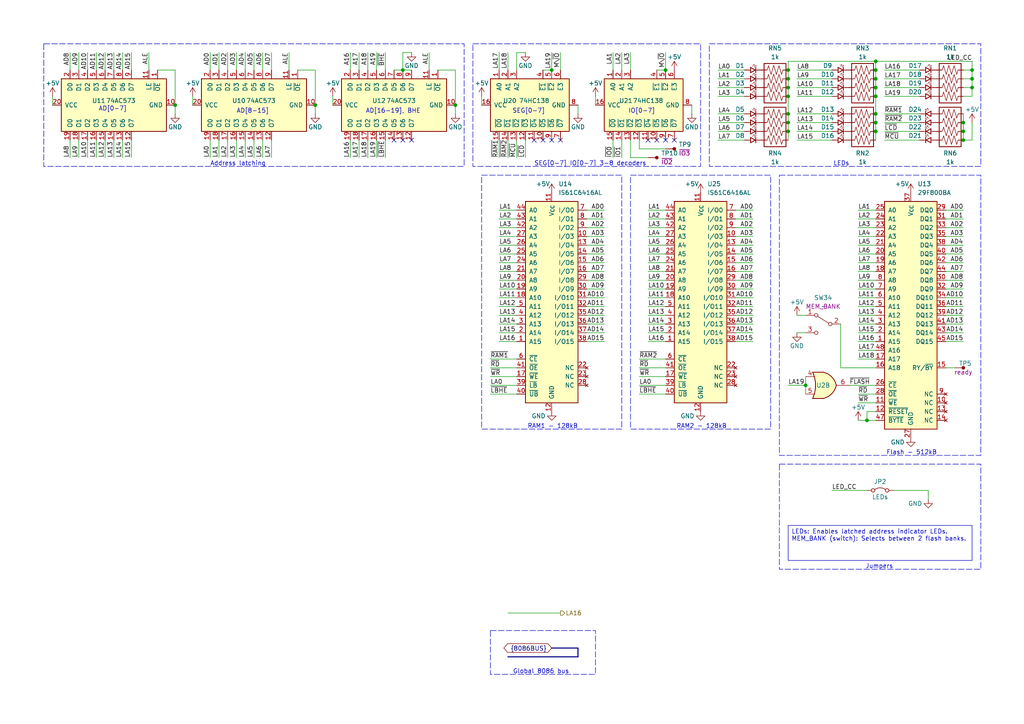
<source format=kicad_sch>
(kicad_sch (version 20230121) (generator eeschema)
  (paper "A4")
  (title_block (title "8086 computer") (date "2023.11.19") (rev "V1.3.0") (company "Eldad Hellerman") (comment 1 "Open Source: github.com/EldadHellerman/8086-computer"))
  (junction (at 281.94 20.32))
  (junction (at 254 20.32))
  (junction (at 116.84 20.32))
  (junction (at 251.46 121.92))
  (junction (at 228.6 27.94))
  (junction (at 228.6 33.02))
  (junction (at 91.44 30.48))
  (junction (at 160.02 20.32))
  (junction (at 279.4 40.64))
  (junction (at 228.6 22.86))
  (junction (at 193.04 20.32))
  (junction (at 279.4 35.56))
  (junction (at 228.6 35.56))
  (junction (at 50.8 30.48))
  (junction (at 228.6 25.4))
  (junction (at 254 17.78))
  (junction (at 233.68 111.76))
  (junction (at 281.94 22.86))
  (junction (at 254 25.4))
  (junction (at 279.4 38.1))
  (junction (at 254 27.94))
  (junction (at 132.08 30.48))
  (junction (at 228.6 38.1))
  (junction (at 228.6 20.32))
  (junction (at 281.94 25.4))
  (junction (at 254 38.1))
  (junction (at 254 35.56))
  (junction (at 254 22.86))
  (junction (at 254 33.02))
  (no_connect (at 154.94 40.64))
  (no_connect (at 114.3 40.64))
  (no_connect (at 116.84 40.64))
  (no_connect (at 190.5 40.64))
  (no_connect (at 157.48 40.64))
  (no_connect (at 195.58 40.64))
  (no_connect (at 160.02 40.64))
  (no_connect (at 162.56 40.64))
  (no_connect (at 119.38 40.64))
  (no_connect (at 193.04 40.64))
  (no_connect (at 187.96 40.64))
  (wire (pts (xy 101.6 15.24) (xy 101.6 20.32)))
  (wire (pts (xy 228.6 27.94) (xy 228.6 33.02)))
  (wire (pts (xy 279.4 76.2) (xy 274.32 76.2)))
  (wire (pts (xy 248.92 60.96) (xy 254 60.96)))
  (wire (pts (xy 248.92 93.98) (xy 254 93.98)))
  (wire (pts (xy 35.56 15.24) (xy 35.56 20.32)))
  (wire (pts (xy 187.96 78.74) (xy 193.04 78.74)))
  (wire (pts (xy 147.32 177.8) (xy 162.56 177.8)))
  (wire (pts (xy 144.78 60.96) (xy 149.86 60.96)))
  (wire (pts (xy 281.94 22.86) (xy 279.4 22.86)))
  (wire (pts (xy 139.7 27.94) (xy 139.7 30.48)))
  (wire (pts (xy 218.44 99.06) (xy 213.36 99.06)))
  (wire (pts (xy 218.44 91.44) (xy 213.36 91.44)))
  (wire (pts (xy 251.46 121.92) (xy 254 121.92)))
  (wire (pts (xy 218.44 71.12) (xy 213.36 71.12)))
  (wire (pts (xy 147.32 40.64) (xy 147.32 45.72)))
  (wire (pts (xy 218.44 88.9) (xy 213.36 88.9)))
  (wire (pts (xy 208.28 35.56) (xy 215.9 35.56)))
  (wire (pts (xy 231.14 91.44) (xy 233.68 91.44)))
  (wire (pts (xy 248.92 81.28) (xy 254 81.28)))
  (wire (pts (xy 279.4 83.82) (xy 274.32 83.82)))
  (wire (pts (xy 248.92 121.92) (xy 251.46 121.92)))
  (wire (pts (xy 76.2 40.64) (xy 76.2 45.72)))
  (wire (pts (xy 228.6 35.56) (xy 228.6 38.1)))
  (wire (pts (xy 228.6 33.02) (xy 228.6 35.56)))
  (wire (pts (xy 71.12 15.24) (xy 71.12 20.32)))
  (wire (pts (xy 157.48 20.32) (xy 160.02 20.32)))
  (wire (pts (xy 144.78 40.64) (xy 144.78 45.72)))
  (wire (pts (xy 144.78 88.9) (xy 149.86 88.9)))
  (wire (pts (xy 279.4 78.74) (xy 274.32 78.74)))
  (wire (pts (xy 182.88 15.24) (xy 182.88 20.32)))
  (wire (pts (xy 243.84 106.68) (xy 254 106.68)))
  (wire (pts (xy 279.4 96.52) (xy 274.32 96.52)))
  (wire (pts (xy 124.46 15.24) (xy 124.46 20.32)))
  (wire (pts (xy 185.42 104.14) (xy 193.04 104.14)))
  (wire (pts (xy 243.84 93.98) (xy 243.84 106.68)))
  (wire (pts (xy 50.8 20.32) (xy 50.8 30.48)))
  (wire (pts (xy 185.42 114.3) (xy 193.04 114.3)))
  (wire (pts (xy 167.64 33.02) (xy 167.64 30.48)))
  (wire (pts (xy 78.74 40.64) (xy 78.74 45.72)))
  (wire (pts (xy 248.92 91.44) (xy 254 91.44)))
  (wire (pts (xy 279.4 40.64) (xy 279.4 38.1)))
  (bus (pts (xy 167.64 187.96) (xy 167.64 190.5)))
  (wire (pts (xy 208.28 20.32) (xy 215.9 20.32)))
  (wire (pts (xy 254 22.86) (xy 254 25.4)))
  (wire (pts (xy 33.02 15.24) (xy 33.02 20.32)))
  (wire (pts (xy 254 17.78) (xy 281.94 17.78)))
  (wire (pts (xy 187.96 68.58) (xy 193.04 68.58)))
  (wire (pts (xy 149.86 15.24) (xy 149.86 20.32)))
  (wire (pts (xy 144.78 15.24) (xy 144.78 20.32)))
  (wire (pts (xy 218.44 83.82) (xy 213.36 83.82)))
  (wire (pts (xy 144.78 81.28) (xy 149.86 81.28)))
  (wire (pts (xy 254 20.32) (xy 254 22.86)))
  (wire (pts (xy 30.48 40.64) (xy 30.48 45.72)))
  (wire (pts (xy 187.96 83.82) (xy 193.04 83.82)))
  (wire (pts (xy 248.92 99.06) (xy 254 99.06)))
  (wire (pts (xy 279.4 33.02) (xy 279.4 35.56)))
  (wire (pts (xy 231.14 27.94) (xy 241.3 27.94)))
  (wire (pts (xy 248.92 68.58) (xy 254 68.58)))
  (wire (pts (xy 106.68 40.64) (xy 106.68 45.72)))
  (wire (pts (xy 68.58 15.24) (xy 68.58 20.32)))
  (wire (pts (xy 248.92 88.9) (xy 254 88.9)))
  (wire (pts (xy 144.78 91.44) (xy 149.86 91.44)))
  (wire (pts (xy 66.04 40.64) (xy 66.04 45.72)))
  (wire (pts (xy 279.4 63.5) (xy 274.32 63.5)))
  (wire (pts (xy 144.78 76.2) (xy 149.86 76.2)))
  (wire (pts (xy 228.6 20.32) (xy 228.6 22.86)))
  (wire (pts (xy 73.66 15.24) (xy 73.66 20.32)))
  (wire (pts (xy 187.96 86.36) (xy 193.04 86.36)))
  (wire (pts (xy 22.86 15.24) (xy 22.86 20.32)))
  (wire (pts (xy 175.26 93.98) (xy 170.18 93.98)))
  (wire (pts (xy 276.86 106.68) (xy 274.32 106.68)))
  (wire (pts (xy 162.56 15.24) (xy 162.56 20.32)))
  (wire (pts (xy 60.96 15.24) (xy 60.96 20.32)))
  (wire (pts (xy 185.42 106.68) (xy 193.04 106.68)))
  (wire (pts (xy 175.26 66.04) (xy 170.18 66.04)))
  (wire (pts (xy 228.6 22.86) (xy 228.6 25.4)))
  (wire (pts (xy 175.26 88.9) (xy 170.18 88.9)))
  (wire (pts (xy 30.48 15.24) (xy 30.48 20.32)))
  (wire (pts (xy 68.58 40.64) (xy 68.58 45.72)))
  (wire (pts (xy 142.24 109.22) (xy 149.86 109.22)))
  (wire (pts (xy 231.14 20.32) (xy 241.3 20.32)))
  (wire (pts (xy 38.1 40.64) (xy 38.1 45.72)))
  (wire (pts (xy 175.26 78.74) (xy 170.18 78.74)))
  (wire (pts (xy 43.18 15.24) (xy 43.18 20.32)))
  (wire (pts (xy 71.12 40.64) (xy 71.12 45.72)))
  (wire (pts (xy 63.5 40.64) (xy 63.5 45.72)))
  (wire (pts (xy 231.14 35.56) (xy 241.3 35.56)))
  (wire (pts (xy 25.4 15.24) (xy 25.4 20.32)))
  (wire (pts (xy 218.44 76.2) (xy 213.36 76.2)))
  (wire (pts (xy 142.24 114.3) (xy 149.86 114.3)))
  (wire (pts (xy 279.4 81.28) (xy 274.32 81.28)))
  (wire (pts (xy 279.4 68.58) (xy 274.32 68.58)))
  (wire (pts (xy 187.96 88.9) (xy 193.04 88.9)))
  (wire (pts (xy 27.94 40.64) (xy 27.94 45.72)))
  (wire (pts (xy 218.44 96.52) (xy 213.36 96.52)))
  (wire (pts (xy 175.26 71.12) (xy 170.18 71.12)))
  (wire (pts (xy 248.92 83.82) (xy 254 83.82)))
  (wire (pts (xy 231.14 25.4) (xy 241.3 25.4)))
  (wire (pts (xy 50.8 30.48) (xy 50.8 33.02)))
  (wire (pts (xy 279.4 38.1) (xy 279.4 35.56)))
  (wire (pts (xy 218.44 68.58) (xy 213.36 68.58)))
  (wire (pts (xy 147.32 15.24) (xy 147.32 20.32)))
  (wire (pts (xy 73.66 40.64) (xy 73.66 45.72)))
  (wire (pts (xy 144.78 96.52) (xy 149.86 96.52)))
  (wire (pts (xy 66.04 15.24) (xy 66.04 20.32)))
  (wire (pts (xy 248.92 101.6) (xy 254 101.6)))
  (wire (pts (xy 187.96 71.12) (xy 193.04 71.12)))
  (wire (pts (xy 119.38 15.24) (xy 116.84 15.24)))
  (wire (pts (xy 127 20.32) (xy 132.08 20.32)))
  (wire (pts (xy 104.14 40.64) (xy 104.14 45.72)))
  (wire (pts (xy 274.32 60.96) (xy 279.4 60.96)))
  (wire (pts (xy 35.56 40.64) (xy 35.56 45.72)))
  (wire (pts (xy 132.08 30.48) (xy 132.08 33.02)))
  (wire (pts (xy 256.54 35.56) (xy 266.7 35.56)))
  (wire (pts (xy 228.6 17.78) (xy 228.6 20.32)))
  (wire (pts (xy 144.78 66.04) (xy 149.86 66.04)))
  (wire (pts (xy 279.4 73.66) (xy 274.32 73.66)))
  (wire (pts (xy 187.96 99.06) (xy 193.04 99.06)))
  (wire (pts (xy 248.92 104.14) (xy 254 104.14)))
  (wire (pts (xy 279.4 93.98) (xy 274.32 93.98)))
  (wire (pts (xy 231.14 22.86) (xy 241.3 22.86)))
  (wire (pts (xy 187.96 96.52) (xy 193.04 96.52)))
  (wire (pts (xy 256.54 25.4) (xy 266.7 25.4)))
  (wire (pts (xy 256.54 20.32) (xy 266.7 20.32)))
  (wire (pts (xy 281.94 40.64) (xy 281.94 35.56)))
  (wire (pts (xy 187.96 81.28) (xy 193.04 81.28)))
  (wire (pts (xy 106.68 15.24) (xy 106.68 20.32)))
  (wire (pts (xy 20.32 40.64) (xy 20.32 45.72)))
  (wire (pts (xy 279.4 91.44) (xy 274.32 91.44)))
  (wire (pts (xy 144.78 73.66) (xy 149.86 73.66)))
  (wire (pts (xy 175.26 76.2) (xy 170.18 76.2)))
  (wire (pts (xy 254 35.56) (xy 254 38.1)))
  (wire (pts (xy 187.96 63.5) (xy 193.04 63.5)))
  (wire (pts (xy 200.66 30.48) (xy 200.66 33.02)))
  (wire (pts (xy 248.92 78.74) (xy 254 78.74)))
  (wire (pts (xy 190.5 20.32) (xy 193.04 20.32)))
  (wire (pts (xy 281.94 20.32) (xy 281.94 22.86)))
  (wire (pts (xy 208.28 25.4) (xy 215.9 25.4)))
  (wire (pts (xy 228.6 38.1) (xy 228.6 40.64)))
  (bus (pts (xy 147.32 190.5) (xy 167.64 190.5)))
  (wire (pts (xy 175.26 73.66) (xy 170.18 73.66)))
  (wire (pts (xy 281.94 25.4) (xy 281.94 27.94)))
  (wire (pts (xy 177.8 15.24) (xy 177.8 20.32)))
  (wire (pts (xy 218.44 63.5) (xy 213.36 63.5)))
  (wire (pts (xy 228.6 17.78) (xy 254 17.78)))
  (wire (pts (xy 281.94 25.4) (xy 279.4 25.4)))
  (wire (pts (xy 218.44 78.74) (xy 213.36 78.74)))
  (wire (pts (xy 281.94 27.94) (xy 279.4 27.94)))
  (wire (pts (xy 281.94 22.86) (xy 281.94 25.4)))
  (wire (pts (xy 248.92 73.66) (xy 254 73.66)))
  (wire (pts (xy 256.54 33.02) (xy 266.7 33.02)))
  (wire (pts (xy 96.52 27.94) (xy 96.52 30.48)))
  (wire (pts (xy 149.86 15.24) (xy 152.4 15.24)))
  (wire (pts (xy 254 33.02) (xy 254 35.56)))
  (wire (pts (xy 187.96 73.66) (xy 193.04 73.66)))
  (wire (pts (xy 182.88 45.72) (xy 187.96 45.72)))
  (wire (pts (xy 175.26 91.44) (xy 170.18 91.44)))
  (wire (pts (xy 144.78 93.98) (xy 149.86 93.98)))
  (wire (pts (xy 180.34 40.64) (xy 180.34 45.72)))
  (wire (pts (xy 248.92 114.3) (xy 254 114.3)))
  (wire (pts (xy 279.4 71.12) (xy 274.32 71.12)))
  (wire (pts (xy 185.42 109.22) (xy 193.04 109.22)))
  (wire (pts (xy 231.14 33.02) (xy 241.3 33.02)))
  (wire (pts (xy 269.24 142.24) (xy 259.08 142.24)))
  (wire (pts (xy 109.22 15.24) (xy 109.22 20.32)))
  (wire (pts (xy 142.24 104.14) (xy 149.86 104.14)))
  (wire (pts (xy 116.84 15.24) (xy 116.84 20.32)))
  (wire (pts (xy 208.28 33.02) (xy 215.9 33.02)))
  (wire (pts (xy 180.34 15.24) (xy 180.34 20.32)))
  (wire (pts (xy 256.54 38.1) (xy 266.7 38.1)))
  (wire (pts (xy 254 27.94) (xy 254 33.02)))
  (wire (pts (xy 144.78 68.58) (xy 149.86 68.58)))
  (wire (pts (xy 45.72 20.32) (xy 50.8 20.32)))
  (wire (pts (xy 256.54 40.64) (xy 266.7 40.64)))
  (wire (pts (xy 38.1 15.24) (xy 38.1 20.32)))
  (wire (pts (xy 279.4 99.06) (xy 274.32 99.06)))
  (wire (pts (xy 248.92 76.2) (xy 254 76.2)))
  (wire (pts (xy 248.92 63.5) (xy 254 63.5)))
  (wire (pts (xy 86.36 20.32) (xy 91.44 20.32)))
  (wire (pts (xy 144.78 83.82) (xy 149.86 83.82)))
  (wire (pts (xy 269.24 144.78) (xy 269.24 142.24)))
  (wire (pts (xy 33.02 40.64) (xy 33.02 45.72)))
  (wire (pts (xy 231.14 96.52) (xy 233.68 96.52)))
  (wire (pts (xy 246.38 111.76) (xy 254 111.76)))
  (wire (pts (xy 231.14 38.1) (xy 241.3 38.1)))
  (wire (pts (xy 160.02 15.24) (xy 160.02 20.32)))
  (wire (pts (xy 187.96 60.96) (xy 193.04 60.96)))
  (wire (pts (xy 248.92 71.12) (xy 254 71.12)))
  (wire (pts (xy 218.44 73.66) (xy 213.36 73.66)))
  (wire (pts (xy 144.78 78.74) (xy 149.86 78.74)))
  (wire (pts (xy 185.42 111.76) (xy 193.04 111.76)))
  (wire (pts (xy 22.86 40.64) (xy 22.86 45.72)))
  (wire (pts (xy 248.92 66.04) (xy 254 66.04)))
  (wire (pts (xy 144.78 86.36) (xy 149.86 86.36)))
  (wire (pts (xy 175.26 99.06) (xy 170.18 99.06)))
  (wire (pts (xy 233.68 111.76) (xy 233.68 109.22)))
  (wire (pts (xy 279.4 40.64) (xy 281.94 40.64)))
  (wire (pts (xy 279.4 86.36) (xy 274.32 86.36)))
  (wire (pts (xy 187.96 93.98) (xy 193.04 93.98)))
  (wire (pts (xy 254 38.1) (xy 254 40.64)))
  (wire (pts (xy 142.24 106.68) (xy 149.86 106.68)))
  (wire (pts (xy 182.88 40.64) (xy 182.88 45.72)))
  (wire (pts (xy 218.44 66.04) (xy 213.36 66.04)))
  (wire (pts (xy 119.38 20.32) (xy 116.84 20.32)))
  (wire (pts (xy 228.6 111.76) (xy 233.68 111.76)))
  (wire (pts (xy 116.84 20.32) (xy 114.3 20.32)))
  (wire (pts (xy 218.44 86.36) (xy 213.36 86.36)))
  (wire (pts (xy 78.74 15.24) (xy 78.74 20.32)))
  (wire (pts (xy 208.28 22.86) (xy 215.9 22.86)))
  (wire (pts (xy 25.4 40.64) (xy 25.4 45.72)))
  (wire (pts (xy 63.5 15.24) (xy 63.5 20.32)))
  (wire (pts (xy 91.44 20.32) (xy 91.44 30.48)))
  (wire (pts (xy 91.44 30.48) (xy 91.44 33.02)))
  (wire (pts (xy 175.26 86.36) (xy 170.18 86.36)))
  (bus (pts (xy 160.02 187.96) (xy 167.64 187.96)))
  (wire (pts (xy 101.6 45.72) (xy 101.6 40.64)))
  (wire (pts (xy 187.96 76.2) (xy 193.04 76.2)))
  (wire (pts (xy 15.24 27.94) (xy 15.24 30.48)))
  (wire (pts (xy 251.46 119.38) (xy 251.46 121.92)))
  (wire (pts (xy 218.44 93.98) (xy 213.36 93.98)))
  (wire (pts (xy 83.82 15.24) (xy 83.82 20.32)))
  (wire (pts (xy 215.9 27.94) (xy 208.28 27.94)))
  (wire (pts (xy 27.94 15.24) (xy 27.94 20.32)))
  (wire (pts (xy 248.92 116.84) (xy 254 116.84)))
  (wire (pts (xy 254 17.78) (xy 254 20.32)))
  (wire (pts (xy 231.14 40.64) (xy 241.3 40.64)))
  (wire (pts (xy 266.7 27.94) (xy 256.54 27.94)))
  (wire (pts (xy 281.94 20.32) (xy 279.4 20.32)))
  (wire (pts (xy 185.42 40.64) (xy 185.42 43.18)))
  (wire (pts (xy 109.22 40.64) (xy 109.22 45.72)))
  (wire (pts (xy 193.04 15.24) (xy 193.04 20.32)))
  (wire (pts (xy 256.54 22.86) (xy 266.7 22.86)))
  (wire (pts (xy 152.4 40.64) (xy 152.4 45.72)))
  (wire (pts (xy 144.78 63.5) (xy 149.86 63.5)))
  (wire (pts (xy 187.96 66.04) (xy 193.04 66.04)))
  (wire (pts (xy 170.18 81.28) (xy 175.26 81.28)))
  (wire (pts (xy 254 25.4) (xy 254 27.94)))
  (wire (pts (xy 111.76 40.64) (xy 111.76 45.72)))
  (wire (pts (xy 175.26 68.58) (xy 170.18 68.58)))
  (wire (pts (xy 241.3 142.24) (xy 251.46 142.24)))
  (wire (pts (xy 175.26 96.52) (xy 170.18 96.52)))
  (wire (pts (xy 76.2 15.24) (xy 76.2 20.32)))
  (wire (pts (xy 248.92 86.36) (xy 254 86.36)))
  (wire (pts (xy 177.8 45.72) (xy 177.8 40.64)))
  (wire (pts (xy 55.88 27.94) (xy 55.88 30.48)))
  (wire (pts (xy 175.26 83.82) (xy 170.18 83.82)))
  (wire (pts (xy 60.96 40.64) (xy 60.96 45.72)))
  (wire (pts (xy 111.76 15.24) (xy 111.76 20.32)))
  (wire (pts (xy 187.96 91.44) (xy 193.04 91.44)))
  (wire (pts (xy 175.26 63.5) (xy 170.18 63.5)))
  (wire (pts (xy 279.4 88.9) (xy 274.32 88.9)))
  (wire (pts (xy 228.6 25.4) (xy 228.6 27.94)))
  (wire (pts (xy 215.9 40.64) (xy 208.28 40.64)))
  (wire (pts (xy 20.32 15.24) (xy 20.32 20.32)))
  (wire (pts (xy 213.36 81.28) (xy 218.44 81.28)))
  (wire (pts (xy 213.36 60.96) (xy 218.44 60.96)))
  (wire (pts (xy 149.86 40.64) (xy 149.86 45.72)))
  (wire (pts (xy 279.4 66.04) (xy 274.32 66.04)))
  (wire (pts (xy 233.68 114.3) (xy 233.68 111.76)))
  (wire (pts (xy 144.78 71.12) (xy 149.86 71.12)))
  (wire (pts (xy 170.18 60.96) (xy 175.26 60.96)))
  (wire (pts (xy 144.78 99.06) (xy 149.86 99.06)))
  (wire (pts (xy 251.46 119.38) (xy 254 119.38)))
  (wire (pts (xy 281.94 17.78) (xy 281.94 20.32)))
  (wire (pts (xy 172.72 27.94) (xy 172.72 30.48)))
  (wire (pts (xy 248.92 96.52) (xy 254 96.52)))
  (wire (pts (xy 185.42 43.18) (xy 193.04 43.18)))
  (wire (pts (xy 142.24 111.76) (xy 149.86 111.76)))
  (wire (pts (xy 208.28 38.1) (xy 215.9 38.1)))
  (wire (pts (xy 104.14 15.24) (xy 104.14 20.32)))
  (wire (pts (xy 132.08 20.32) (xy 132.08 30.48)))
  (rectangle (start 137.16 12.7) (end 203.2 48.26) (stroke (width 0) (type dash)))
  (rectangle (start 182.88 50.8) (end 223.52 124.46) (stroke (width 0) (type dash)))
  (rectangle (start 226.06 134.62) (end 284.48 165.1) (stroke (width 0) (type dash)))
  (rectangle (start 226.06 50.8) (end 284.48 132.08) (stroke (width 0) (type dash)))
  (rectangle (start 142.24 182.88) (end 172.72 195.58) (stroke (width 0) (type dash)))
  (rectangle (start 205.74 12.7) (end 284.48 48.26) (stroke (width 0) (type dash)))
  (rectangle (start 139.7 50.8) (end 180.34 124.46) (stroke (width 0) (type dash)))
  (rectangle (start 12.7 12.7) (end 134.62 48.26) (stroke (width 0) (type dash)))
  (text_box "LEDs: Enables latched address indicator LEDs.\nMEM_BANK (switch): Selects between 2 flash banks." (at 228.6 152.4 0) (size 53.34 10.16) (effects (font (size 1.27 1.27)) (justify left top)))
  (text "IO[0-7]" (at 182.245 33.02 0) (effects (font (size 1.27 1.27)) (justify left bottom)))
  (text "AD[16-19], BHE" (at 106.045 33.02 0) (effects (font (size 1.27 1.27)) (justify left bottom)))
  (text "SEG[0-7] IO[0-7] 3-8 decoders" (at 154.94 48.26 0) (effects (font (size 1.27 1.27)) (justify left bottom)))
  (text "RAM1 - 128kB" (at 167.64 124.46 0) (effects (font (size 1.27 1.27)) (justify right bottom)))
  (text "Address latching" (at 60.96 48.26 0) (effects (font (size 1.27 1.27)) (justify left bottom)))
  (text "AD[0-7]" (at 28.575 32.385 0) (effects (font (size 1.27 1.27)) (justify left bottom)))
  (text "LEDs" (at 246.38 48.26 0) (effects (font (size 1.27 1.27)) (justify right bottom)))
  (text "AD[8-15]" (at 68.58 33.02 0) (effects (font (size 1.27 1.27)) (justify left bottom)))
  (text "SEG[0-7]" (at 148.59 33.02 0) (effects (font (size 1.27 1.27)) (justify left bottom)))
  (text "Jumpers" (at 259.08 165.1 0) (effects (font (size 1.27 1.27)) (justify right bottom)))
  (text "RAM2 - 128kB" (at 210.82 124.46 0) (effects (font (size 1.27 1.27)) (justify right bottom)))
  (text "Flash - 512kB" (at 271.78 132.08 0) (effects (font (size 1.27 1.27)) (justify right bottom)))
  (text "Global 8086 bus" (at 165.1 195.58 0) (effects (font (size 1.27 1.27)) (justify right bottom)))
  (label "~{RAM2}" (at 147.32 45.72 90))
  (label "~{RD}" (at 248.92 114.3 0))
  (label "~{LCD}" (at 256.54 38.1 0))
  (label "LA9" (at 22.86 45.72 90))
  (label "LA1" (at 248.92 60.96 0))
  (label "AD15" (at 218.44 99.06 180))
  (label "LA2" (at 248.92 63.5 0))
  (label "LA5" (at 248.92 71.12 0))
  (label "LA1" (at 177.8 15.24 270))
  (label "LA6" (at 76.2 45.72 90))
  (label "AD2" (at 279.4 66.04 180))
  (label "LA19" (at 109.22 45.72 90))
  (label "LA2" (at 66.04 45.72 90))
  (label "LA18" (at 106.68 45.72 90))
  (label "AD3" (at 218.44 68.58 180))
  (label "AD9" (at 175.26 83.82 180))
  (label "~{LBHE}" (at 142.24 114.3 0))
  (label "LA14" (at 187.96 93.98 0))
  (label "LA2" (at 187.96 63.5 0))
  (label "~{LCD}" (at 152.4 45.72 90))
  (label "LA0" (at 185.42 111.76 0))
  (label "AD14" (at 35.56 15.24 270))
  (label "LA0" (at 142.24 111.76 0))
  (label "LA10" (at 231.14 25.4 0))
  (label "LA12" (at 231.14 33.02 0))
  (label "AD2" (at 175.26 66.04 180))
  (label "AD12" (at 30.48 15.24 270))
  (label "LA11" (at 144.78 86.36 0))
  (label "LA10" (at 187.96 83.82 0))
  (label "LA15" (at 231.14 40.64 0))
  (label "AD12" (at 279.4 91.44 180))
  (label "LA1" (at 187.96 60.96 0))
  (label "LA5" (at 144.78 71.12 0))
  (label "AD6" (at 175.26 76.2 180))
  (label "LA12" (at 30.48 45.72 90))
  (label "LA11" (at 231.14 27.94 0))
  (label "~{RAM1}" (at 256.54 33.02 0))
  (label "LA7" (at 78.74 45.72 90))
  (label "LA8" (at 187.96 78.74 0))
  (label "AD7" (at 218.44 78.74 180))
  (label "LA1" (at 63.5 45.72 90))
  (label "AD2" (at 218.44 66.04 180))
  (label "LA5" (at 187.96 71.12 0))
  (label "~{WR}" (at 185.42 109.22 0))
  (label "LA12" (at 144.78 88.9 0))
  (label "AD4" (at 175.26 71.12 180))
  (label "ALE" (at 43.18 15.24 270))
  (label "AD10" (at 25.4 15.24 270))
  (label "LA15" (at 187.96 96.52 0))
  (label "LA8" (at 248.92 78.74 0))
  (label "AD6" (at 218.44 76.2 180))
  (label "~{IO0}" (at 177.8 45.72 90))
  (label "LA11" (at 27.94 45.72 90))
  (label "LA9" (at 144.78 81.28 0))
  (label "LA15" (at 144.78 96.52 0))
  (label "AD1" (at 175.26 63.5 180))
  (label "~{WR}" (at 142.24 109.22 0))
  (label "LA13" (at 144.78 91.44 0))
  (label "~{BHE}" (at 111.76 15.24 270))
  (label "AD2" (at 66.04 15.24 270))
  (label "LA3" (at 187.96 66.04 0))
  (label "~{RD}" (at 142.24 106.68 0))
  (label "AD7" (at 175.26 78.74 180))
  (label "AD3" (at 279.4 68.58 180))
  (label "LA6" (at 144.78 73.66 0))
  (label "~{WR}" (at 248.92 116.84 0))
  (label "LA7" (at 144.78 76.2 0))
  (label "LA3" (at 248.92 66.04 0))
  (label "LA10" (at 248.92 83.82 0))
  (label "AD11" (at 27.94 15.24 270))
  (label "LA9" (at 248.92 81.28 0))
  (label "LA4" (at 208.28 33.02 0))
  (label "LA12" (at 248.92 88.9 0))
  (label "LA6" (at 208.28 38.1 0))
  (label "~{RAM2}" (at 256.54 35.56 0))
  (label "AD10" (at 218.44 86.36 180))
  (label "ALE" (at 83.82 15.24 270))
  (label "LA9" (at 187.96 81.28 0))
  (label "~{RAM1}" (at 142.24 104.14 0))
  (label "LA1" (at 208.28 22.86 0))
  (label "LA3" (at 208.28 27.94 0))
  (label "LA18" (at 256.54 25.4 0))
  (label "AD13" (at 279.4 93.98 180))
  (label "LA13" (at 187.96 91.44 0))
  (label "~{MCU}" (at 149.86 45.72 90))
  (label "LA4" (at 187.96 68.58 0))
  (label "AD8" (at 175.26 81.28 180))
  (label "LA6" (at 187.96 73.66 0))
  (label "LA5" (at 73.66 45.72 90))
  (label "AD9" (at 279.4 83.82 180))
  (label "LA13" (at 231.14 35.56 0))
  (label "LA16" (at 256.54 20.32 0))
  (label "LA19" (at 228.6 111.76 0))
  (label "~{RD}" (at 185.42 106.68 0))
  (label "AD8" (at 218.44 81.28 180))
  (label "LA16" (at 248.92 99.06 0))
  (label "LA17" (at 248.92 101.6 0))
  (label "LA8" (at 20.32 45.72 90))
  (label "LA2" (at 208.28 25.4 0))
  (label "LA17" (at 104.14 45.72 90))
  (label "AD14" (at 279.4 96.52 180))
  (label "LA19" (at 256.54 27.94 0))
  (label "~{IO1}" (at 180.34 45.72 90))
  (label "LA0" (at 208.28 20.32 0))
  (label "LA15" (at 38.1 45.72 90))
  (label "~{FLASH}" (at 246.38 111.76 0))
  (label "LA18" (at 248.92 104.14 0))
  (label "LA1" (at 144.78 60.96 0))
  (label "A18" (at 106.68 15.24 270))
  (label "AD7" (at 279.4 78.74 180))
  (label "~{RAM1}" (at 144.78 45.72 90))
  (label "AD1" (at 218.44 63.5 180))
  (label "AD12" (at 175.26 91.44 180))
  (label "LA10" (at 25.4 45.72 90))
  (label "LA2" (at 180.34 15.24 270))
  (label "AD15" (at 175.26 99.06 180))
  (label "AD4" (at 71.12 15.24 270))
  (label "LA3" (at 68.58 45.72 90))
  (label "LA14" (at 144.78 93.98 0))
  (label "LA4" (at 248.92 68.58 0))
  (label "AD7" (at 78.74 15.24 270))
  (label "LA16" (at 101.6 45.72 90))
  (label "AD13" (at 218.44 93.98 180))
  (label "LA14" (at 231.14 38.1 0))
  (label "AD9" (at 218.44 83.82 180))
  (label "LA3" (at 144.78 66.04 0))
  (label "LA5" (at 208.28 35.56 0))
  (label "AD0" (at 60.96 15.24 270))
  (label "AD1" (at 63.5 15.24 270))
  (label "LA7" (at 248.92 76.2 0))
  (label "AD0" (at 218.44 60.96 180))
  (label "LED_CC" (at 241.3 142.24 0))
  (label "AD9" (at 22.86 15.24 270))
  (label "ALE" (at 124.46 15.24 270))
  (label "M\\~{IO}" (at 162.56 15.24 270))
  (label "~{LBHE}" (at 185.42 114.3 0))
  (label "AD4" (at 279.4 71.12 180))
  (label "LA8" (at 144.78 78.74 0))
  (label "AD11" (at 218.44 88.9 180))
  (label "~{MCU}" (at 256.54 40.64 0))
  (label "AD6" (at 76.2 15.24 270))
  (label "AD15" (at 279.4 99.06 180))
  (label "AD5" (at 218.44 73.66 180))
  (label "LA9" (at 231.14 22.86 0))
  (label "LA16" (at 187.96 99.06 0))
  (label "LA4" (at 71.12 45.72 90))
  (label "LA17" (at 256.54 22.86 0))
  (label "LA12" (at 187.96 88.9 0))
  (label "LA14" (at 248.92 93.98 0))
  (label "LA8" (at 231.14 20.32 0))
  (label "LA7" (at 187.96 76.2 0))
  (label "AD10" (at 175.26 86.36 180))
  (label "LA17" (at 144.78 15.24 270))
  (label "LA15" (at 248.92 96.52 0))
  (label "LA16" (at 144.78 99.06 0))
  (label "LA6" (at 248.92 73.66 0))
  (label "LA7" (at 208.28 40.64 0))
  (label "AD13" (at 33.02 15.24 270))
  (label "LA10" (at 144.78 83.82 0))
  (label "LED_CC" (at 281.94 17.78 180))
  (label "~{LBHE}" (at 111.76 45.72 90))
  (label "AD8" (at 279.4 81.28 180))
  (label "LA4" (at 144.78 68.58 0))
  (label "AD4" (at 218.44 71.12 180))
  (label "LA13" (at 248.92 91.44 0))
  (label "A16" (at 101.6 15.24 270))
  (label "AD12" (at 218.44 91.44 180))
  (label "LA13" (at 33.02 45.72 90))
  (label "AD14" (at 175.26 96.52 180))
  (label "AD14" (at 218.44 96.52 180))
  (label "AD5" (at 279.4 73.66 180))
  (label "A19" (at 109.22 15.24 270))
  (label "LA19" (at 160.02 15.24 270))
  (label "LA2" (at 144.78 63.5 0))
  (label "AD15" (at 38.1 15.24 270))
  (label "LA11" (at 187.96 86.36 0))
  (label "AD13" (at 175.26 93.98 180))
  (label "AD0" (at 279.4 60.96 180))
  (label "LA18" (at 147.32 15.24 270))
  (label "~{RAM2}" (at 185.42 104.14 0))
  (label "LA11" (at 248.92 86.36 0))
  (label "AD8" (at 20.32 15.24 270))
  (label "A17" (at 104.14 15.24 270))
  (label "LA3" (at 182.88 15.24 270))
  (label "AD5" (at 73.66 15.24 270))
  (label "AD0" (at 175.26 60.96 180))
  (label "LA14" (at 35.56 45.72 90))
  (label "LA0" (at 60.96 45.72 90))
  (label "AD10" (at 279.4 86.36 180))
  (label "AD11" (at 175.26 88.9 180))
  (label "AD3" (at 68.58 15.24 270))
  (label "AD1" (at 279.4 63.5 180))
  (label "M\\~{IO}" (at 193.04 15.24 270))
  (label "AD11" (at 279.4 88.9 180))
  (label "AD6" (at 279.4 76.2 180))
  (label "AD3" (at 175.26 68.58 180))
  (label "AD5" (at 175.26 73.66 180))
  (global_label "{8086BUS}" (shape bidirectional) (at 160.02 187.96 180) (property "Intersheetrefs" "${INTERSHEET_REFS}" (effects hide)))
  (hierarchical_label "LA16" (shape output) (at 162.56 177.8 0))
  (symbol (lib_id "power:+5V") (at 15.24 27.94 0) (mirror y) (unit 1)
    (property "Reference" "#PWR0139" (effects hide))
    (property "Value" "+5V" (at 15.24 24.13 0))
  )
  (symbol (lib_id "8086PC:R_Array_4") (at 226.06 25.4 180) (unit 1)
    (property "Reference" "RN5" (at 224.79 13.97 0))
    (property "Value" "1k" (at 224.79 16.51 0))
    (property "Footprint" "Resistor_SMD:R_Array_Concave_4x0603" (effects hide))
  )
  (symbol (lib_id "power:+5V") (at 264.16 55.88 0) (unit 1)
    (property "Reference" "#PWR0147" (effects hide))
    (property "Value" "+5V" (at 261.62 53.34 0))
  )
  (symbol (lib_id "8086PC:LED_small") (at 269.24 25.4 0) (unit 1)
    (property "Reference" "D19" (at 265.43 24.13 0))
    (property "Value" "LED" (effects hide))
    (property "Footprint" "8086PC:LED_0603_1608Metric_Pad1.05x0.95mm_HandSolder" (effects hide))
    (property "Indication" "LA18" (effects hide))
  )
  (symbol (lib_id "8086PC:LED_small") (at 269.24 35.56 0) (mirror y) (unit 1)
    (property "Reference" "D23" (at 265.43 34.29 0))
    (property "Value" "LED" (effects hide))
    (property "Footprint" "8086PC:LED_0603_1608Metric_Pad1.05x0.95mm_HandSolder" (effects hide))
    (property "Indication" "RAM2" (effects hide))
  )
  (symbol (lib_id "power:GND") (at 231.14 96.52 0) (mirror y) (unit 1)
    (property "Reference" "#PWR016" (effects hide))
    (property "Value" "GND" (at 231.14 100.33 0))
  )
  (symbol (lib_id "power:+5V") (at 231.14 91.44 0) (mirror y) (unit 1)
    (property "Reference" "#PWR017" (effects hide))
    (property "Value" "+5V" (at 231.14 87.63 0))
  )
  (symbol (lib_id "8086PC:TestPoint") (at 195.58 43.18 0) (mirror y) (unit 1) (in_bom no)
    (property "Reference" "TP9" (at 196.85 41.91 0) (effects (justify right)))
    (property "Footprint" "TestPoint:TestPoint_Pad_1.0x1.0mm" (effects hide))
    (property "Signal" "~{IO3}" (at 196.85 44.45 0) (effects (justify right)))
  )
  (symbol (lib_id "power:GND") (at 167.64 33.02 0) (mirror y) (unit 1)
    (property "Reference" "#PWR0133" (effects hide))
    (property "Value" "GND" (at 167.64 36.83 0))
  )
  (symbol (lib_id "8086PC:LED_small") (at 218.44 40.64 0) (unit 1)
    (property "Reference" "D8" (at 214.63 39.37 0))
    (property "Value" "LED" (effects hide))
    (property "Footprint" "8086PC:LED_0603_1608Metric_Pad1.05x0.95mm_HandSolder" (effects hide))
    (property "Indication" "LA7" (effects hide))
  )
  (symbol (lib_id "8086PC:74HC32") (at 238.76 111.76 0) (unit 2)
    (property "Reference" "U2" (at 238.76 111.76 0))
    (property "Value" "74HC32" (effects hide))
    (property "Footprint" "Package_SO:TSSOP-14_4.4x5mm_P0.65mm" (effects hide))
    (property "Datasheet" "https://assets.nexperia.com/documents/data-sheet/74HC_HCT32.pdf" (effects hide))
    (instances (project "8086 board" (path "" (reference "U2") (unit 2)) (path "" (reference "U22") (unit 2))))
  )
  (symbol (lib_id "power:GND") (at 264.16 127 0) (unit 1)
    (property "Reference" "#PWR0148" (effects hide))
    (property "Value" "GND" (at 260.35 128.27 0))
  )
  (symbol (lib_id "8086PC:LED_small") (at 218.44 25.4 0) (unit 1)
    (property "Reference" "D3" (at 214.63 24.13 0))
    (property "Value" "LED" (effects hide))
    (property "Footprint" "8086PC:LED_0603_1608Metric_Pad1.05x0.95mm_HandSolder" (effects hide))
    (property "Indication" "LA2" (effects hide))
  )
  (symbol (lib_id "8086PC:LED_small") (at 269.24 40.64 0) (mirror y) (unit 1)
    (property "Reference" "D21" (at 265.43 39.37 0))
    (property "Value" "LED" (effects hide))
    (property "Footprint" "8086PC:LED_0603_1608Metric_Pad1.05x0.95mm_HandSolder" (effects hide))
    (property "Indication" "MCU" (effects hide))
  )
  (symbol (lib_id "8086PC:74AC573") (at 33.02 30.48 90) (mirror x) (unit 1)
    (property "Reference" "U11" (at 26.67 29.21 90) (effects (justify right)))
    (property "Value" "74AC573" (at 39.37 29.21 90) (effects (justify left)))
    (property "Footprint" "Package_SO:TSSOP-20_4.4x6.5mm_P0.65mm" (effects hide))
    (property "Datasheet" "https://assets.nexperia.com/documents/data-sheet/74HC_HCT573.pdf" (effects hide))
  )
  (symbol (lib_id "8086PC:LED_small") (at 269.24 33.02 0) (mirror y) (unit 1)
    (property "Reference" "D24" (at 265.43 31.75 0))
    (property "Value" "LED" (effects hide))
    (property "Footprint" "8086PC:LED_0603_1608Metric_Pad1.05x0.95mm_HandSolder" (effects hide))
    (property "Indication" "RAM1" (effects hide))
  )
  (symbol (lib_id "8086PC:TestPoint") (at 279.4 106.68 0) (mirror y) (unit 1) (in_bom no)
    (property "Reference" "TP5" (at 278.13 105.41 0) (effects (justify right)))
    (property "Footprint" "TestPoint:TestPoint_Pad_1.0x1.0mm" (effects hide))
    (property "Signal" "ready" (at 279.4 107.95 0))
  )
  (symbol (lib_id "power:+5V") (at 248.92 121.92 0) (unit 1)
    (property "Reference" "#PWR0146" (effects hide))
    (property "Value" "+5V" (at 248.92 118.11 0))
  )
  (symbol (lib_id "power:GND") (at 152.4 15.24 0) (mirror y) (unit 1)
    (property "Reference" "#PWR015" (effects hide))
    (property "Value" "GND" (at 152.4 19.05 0))
  )
  (symbol (lib_id "8086PC:LED_small") (at 269.24 27.94 0) (unit 1)
    (property "Reference" "D20" (at 265.43 26.67 0))
    (property "Value" "LED" (effects hide))
    (property "Footprint" "8086PC:LED_0603_1608Metric_Pad1.05x0.95mm_HandSolder" (effects hide))
    (property "Indication" "LA19" (effects hide))
  )
  (symbol (lib_id "power:+5V") (at 281.94 35.56 0) (unit 1)
    (property "Reference" "#PWR0134" (effects hide))
    (property "Value" "+5V" (at 281.94 31.75 0))
  )
  (symbol (lib_id "8086PC:74HC138") (at 152.4 30.48 90) (mirror x) (unit 1)
    (property "Reference" "U20" (at 149.86 29.21 90) (effects (justify left)))
    (property "Value" "74HC138" (at 159.385 29.21 90) (effects (justify left)))
    (property "Footprint" "Package_SO:TSSOP-16_4.4x5mm_P0.65mm" (effects hide))
    (property "Datasheet" "https://assets.nexperia.com/documents/data-sheet/74HC_HCT138.pdf" (effects hide))
    (property "Description" "SEG[0-7]" (effects hide))
  )
  (symbol (lib_id "8086PC:LED_small") (at 218.44 20.32 0) (unit 1)
    (property "Reference" "D1" (at 214.63 19.05 0))
    (property "Value" "LED" (effects hide))
    (property "Footprint" "8086PC:LED_0603_1608Metric_Pad1.05x0.95mm_HandSolder" (effects hide))
    (property "Indication" "LA0" (effects hide))
  )
  (symbol (lib_id "power:+5V") (at 139.7 27.94 0) (mirror y) (unit 1)
    (property "Reference" "#PWR0132" (effects hide))
    (property "Value" "+5V" (at 139.7 24.13 0))
  )
  (symbol (lib_id "8086PC:IS61C6416") (at 203.2 86.36 0) (unit 1)
    (property "Reference" "U25" (at 205.1559 53.34 0) (effects (justify left)))
    (property "Value" "IS61C6416AL" (at 205.1559 55.88 0) (effects (justify left)))
    (property "Footprint" "Package_SO:TSOP-II-44_10.16x18.41mm_P0.8mm" (effects hide))
    (property "Datasheet" "https://www.issi.com/WW/pdf/61C6416AL.pdf" (effects hide))
  )
  (symbol (lib_id "8086PC:LED_small") (at 243.84 27.94 0) (unit 1)
    (property "Reference" "D12" (at 240.03 26.67 0))
    (property "Value" "LED" (effects hide))
    (property "Footprint" "8086PC:LED_0603_1608Metric_Pad1.05x0.95mm_HandSolder" (effects hide))
    (property "Indication" "LA11" (effects hide))
  )
  (symbol (lib_id "8086PC:R_Array_4") (at 226.06 38.1 180) (unit 1)
    (property "Reference" "RN4" (at 224.79 44.45 0))
    (property "Value" "1k" (at 224.79 46.99 0))
    (property "Footprint" "Resistor_SMD:R_Array_Concave_4x0603" (effects hide))
  )
  (symbol (lib_id "8086PC:29F800BA") (at 264.16 91.44 0) (unit 1)
    (property "Reference" "U13" (at 266.1159 53.34 0) (effects (justify left)))
    (property "Value" "29F800BA" (at 266.1159 55.88 0) (effects (justify left)))
    (property "Footprint" "Package_SO:TSOP-I-48_18.4x12mm_P0.5mm" (effects hide))
    (property "Datasheet" "https://pdf1.alldatasheet.com/datasheet-pdf/view/61809/FUJITSU/MBM29F800BA-70PFTN.html" (effects hide))
  )
  (symbol (lib_id "8086PC:LED_small") (at 218.44 33.02 0) (unit 1)
    (property "Reference" "D5" (at 214.63 31.75 0))
    (property "Value" "LED" (effects hide))
    (property "Footprint" "8086PC:LED_0603_1608Metric_Pad1.05x0.95mm_HandSolder" (effects hide))
    (property "Indication" "LA4" (effects hide))
  )
  (symbol (lib_id "8086PC:R_Array_4") (at 276.86 25.4 180) (unit 1)
    (property "Reference" "RN1" (at 275.59 13.97 0))
    (property "Value" "1k" (at 275.59 16.51 0))
    (property "Footprint" "Resistor_SMD:R_Array_Concave_4x0603" (effects hide))
  )
  (symbol (lib_id "8086PC:LED_small") (at 243.84 38.1 0) (unit 1)
    (property "Reference" "D15" (at 240.03 36.83 0))
    (property "Value" "LED" (effects hide))
    (property "Footprint" "8086PC:LED_0603_1608Metric_Pad1.05x0.95mm_HandSolder" (effects hide))
    (property "Indication" "LA14" (effects hide))
  )
  (symbol (lib_id "8086PC:LED_small") (at 243.84 25.4 0) (unit 1)
    (property "Reference" "D11" (at 240.03 24.13 0))
    (property "Value" "LED" (effects hide))
    (property "Footprint" "8086PC:LED_0603_1608Metric_Pad1.05x0.95mm_HandSolder" (effects hide))
    (property "Indication" "LA10" (effects hide))
  )
  (symbol (lib_id "8086PC:LED_small") (at 269.24 22.86 0) (unit 1)
    (property "Reference" "D18" (at 265.43 21.59 0))
    (property "Value" "LED" (effects hide))
    (property "Footprint" "8086PC:LED_0603_1608Metric_Pad1.05x0.95mm_HandSolder" (effects hide))
    (property "Indication" "LA17" (effects hide))
  )
  (symbol (lib_id "power:GND") (at 203.2 119.38 0) (unit 1)
    (property "Reference" "#PWR012" (effects hide))
    (property "Value" "GND" (at 199.39 120.65 0))
  )
  (symbol (lib_id "8086PC:74AC573") (at 114.3 30.48 90) (mirror x) (unit 1)
    (property "Reference" "U12" (at 107.95 29.21 90) (effects (justify right)))
    (property "Value" "74AC573" (at 120.65 29.21 90) (effects (justify left)))
    (property "Footprint" "Package_SO:TSSOP-20_4.4x6.5mm_P0.65mm" (effects hide))
    (property "Datasheet" "https://assets.nexperia.com/documents/data-sheet/74HC_HCT573.pdf" (effects hide))
  )
  (symbol (lib_id "8086PC:Jumper_2_Bridged") (at 254 142.24 0) (unit 1) (in_bom no)
    (property "Reference" "JP2" (at 255.27 139.7 0))
    (property "Value" "LEDs" (at 255.27 144.145 0))
    (property "Footprint" "Jumper:SolderJumper-2_P1.3mm_Bridged_RoundedPad1.0x1.5mm" (effects hide))
  )
  (symbol (lib_id "power:GND") (at 119.38 15.24 0) (mirror y) (unit 1)
    (property "Reference" "#PWR018" (effects hide))
    (property "Value" "GND" (at 119.38 19.05 0))
  )
  (symbol (lib_id "8086PC:LED_small") (at 243.84 22.86 0) (unit 1)
    (property "Reference" "D10" (at 240.03 21.59 0))
    (property "Value" "LED" (effects hide))
    (property "Footprint" "8086PC:LED_0603_1608Metric_Pad1.05x0.95mm_HandSolder" (effects hide))
    (property "Indication" "LA9" (effects hide))
  )
  (symbol (lib_id "8086PC:LED_small") (at 218.44 38.1 0) (unit 1)
    (property "Reference" "D7" (at 214.63 36.83 0))
    (property "Value" "LED" (effects hide))
    (property "Footprint" "8086PC:LED_0603_1608Metric_Pad1.05x0.95mm_HandSolder" (effects hide))
    (property "Indication" "LA6" (effects hide))
  )
  (symbol (lib_id "8086PC:TestPoint") (at 190.5 45.72 0) (mirror y) (unit 1) (in_bom no)
    (property "Reference" "TP10" (at 191.77 44.45 0) (effects (justify right)))
    (property "Footprint" "TestPoint:TestPoint_Pad_1.0x1.0mm" (effects hide))
    (property "Signal" "~{IO2}" (at 191.77 46.99 0) (effects (justify right)))
  )
  (symbol (lib_id "8086PC:LED_small") (at 243.84 40.64 0) (unit 1)
    (property "Reference" "D16" (at 240.03 39.37 0))
    (property "Value" "LED" (effects hide))
    (property "Footprint" "8086PC:LED_0603_1608Metric_Pad1.05x0.95mm_HandSolder" (effects hide))
    (property "Indication" "LA15" (effects hide))
  )
  (symbol (lib_id "8086PC:R_Array_4") (at 251.46 38.1 180) (unit 1)
    (property "Reference" "RN2" (at 250.19 44.45 0))
    (property "Value" "1k" (at 250.19 46.99 0))
    (property "Footprint" "Resistor_SMD:R_Array_Concave_4x0603" (effects hide))
  )
  (symbol (lib_id "power:+5V") (at 203.2 55.88 0) (unit 1)
    (property "Reference" "#PWR011" (effects hide))
    (property "Value" "+5V" (at 200.66 53.34 0))
  )
  (symbol (lib_id "power:GND") (at 269.24 144.78 0) (unit 1)
    (property "Reference" "#PWR019" (effects hide))
    (property "Value" "GND" (at 265.43 146.05 0))
  )
  (symbol (lib_id "8086PC:LED_small") (at 243.84 33.02 0) (unit 1)
    (property "Reference" "D13" (at 240.03 31.75 0))
    (property "Value" "LED" (effects hide))
    (property "Footprint" "8086PC:LED_0603_1608Metric_Pad1.05x0.95mm_HandSolder" (effects hide))
    (property "Indication" "LA12" (effects hide))
  )
  (symbol (lib_id "power:GND") (at 160.02 119.38 0) (unit 1)
    (property "Reference" "#PWR014" (effects hide))
    (property "Value" "GND" (at 156.21 120.65 0))
  )
  (symbol (lib_id "power:GND") (at 132.08 33.02 0) (mirror y) (unit 1)
    (property "Reference" "#PWR0140" (effects hide))
    (property "Value" "GND" (at 132.08 36.83 0))
  )
  (symbol (lib_id "8086PC:74AC573") (at 73.66 30.48 90) (mirror x) (unit 1)
    (property "Reference" "U10" (at 67.31 29.21 90) (effects (justify right)))
    (property "Value" "74AC573" (at 80.01 29.21 90) (effects (justify left)))
    (property "Footprint" "Package_SO:TSSOP-20_4.4x6.5mm_P0.65mm" (effects hide))
    (property "Datasheet" "https://assets.nexperia.com/documents/data-sheet/74HC_HCT573.pdf" (effects hide))
  )
  (symbol (lib_id "8086PC:LED_small") (at 218.44 27.94 0) (unit 1)
    (property "Reference" "D4" (at 214.63 26.67 0))
    (property "Value" "LED" (effects hide))
    (property "Footprint" "8086PC:LED_0603_1608Metric_Pad1.05x0.95mm_HandSolder" (effects hide))
    (property "Indication" "LA3" (effects hide))
  )
  (symbol (lib_id "power:+5V") (at 96.52 27.94 0) (mirror y) (unit 1)
    (property "Reference" "#PWR0141" (effects hide))
    (property "Value" "+5V" (at 96.52 24.13 0))
  )
  (symbol (lib_id "8086PC:LED_small") (at 243.84 20.32 0) (unit 1)
    (property "Reference" "D9" (at 240.03 19.05 0))
    (property "Value" "LED" (effects hide))
    (property "Footprint" "8086PC:LED_0603_1608Metric_Pad1.05x0.95mm_HandSolder" (effects hide))
    (property "Indication" "LA8" (effects hide))
  )
  (symbol (lib_id "8086PC:LED_small") (at 269.24 20.32 0) (unit 1)
    (property "Reference" "D17" (at 265.43 19.05 0))
    (property "Value" "LED" (effects hide))
    (property "Footprint" "8086PC:LED_0603_1608Metric_Pad1.05x0.95mm_HandSolder" (effects hide))
    (property "Indication" "LA16" (effects hide))
  )
  (symbol (lib_id "8086PC:R_Array_4") (at 276.86 38.1 180) (unit 1)
    (property "Reference" "RN6" (at 275.59 44.45 0))
    (property "Value" "1k" (at 275.59 46.99 0))
    (property "Footprint" "Resistor_SMD:R_Array_Concave_4x0603" (effects hide))
  )
  (symbol (lib_id "power:+5V") (at 195.58 20.32 0) (mirror y) (unit 1)
    (property "Reference" "#PWR0136" (effects hide))
    (property "Value" "+5V" (at 195.58 16.51 0))
  )
  (symbol (lib_id "8086PC:R_Array_4") (at 251.46 25.4 180) (unit 1)
    (property "Reference" "RN3" (at 250.19 13.97 0))
    (property "Value" "1k" (at 250.19 16.51 0))
    (property "Footprint" "Resistor_SMD:R_Array_Concave_4x0603" (effects hide))
  )
  (symbol (lib_id "power:+5V") (at 160.02 55.88 0) (unit 1)
    (property "Reference" "#PWR013" (effects hide))
    (property "Value" "+5V" (at 157.48 53.34 0))
  )
  (symbol (lib_id "power:GND") (at 91.44 33.02 0) (mirror y) (unit 1)
    (property "Reference" "#PWR0142" (effects hide))
    (property "Value" "GND" (at 91.44 36.83 0))
  )
  (symbol (lib_id "8086PC:IS61C6416") (at 160.02 86.36 0) (unit 1)
    (property "Reference" "U14" (at 161.9759 53.34 0) (effects (justify left)))
    (property "Value" "IS61C6416AL" (at 161.9759 55.88 0) (effects (justify left)))
    (property "Footprint" "Package_SO:TSOP-II-44_10.16x18.41mm_P0.8mm" (effects hide))
    (property "Datasheet" "https://www.issi.com/WW/pdf/61C6416AL.pdf" (effects hide))
  )
  (symbol (lib_id "8086PC:LED_small") (at 243.84 35.56 0) (unit 1)
    (property "Reference" "D14" (at 240.03 34.29 0))
    (property "Value" "LED" (effects hide))
    (property "Footprint" "8086PC:LED_0603_1608Metric_Pad1.05x0.95mm_HandSolder" (effects hide))
    (property "Indication" "LA13" (effects hide))
  )
  (symbol (lib_id "power:+5V") (at 172.72 27.94 0) (mirror y) (unit 1)
    (property "Reference" "#PWR0131" (effects hide))
    (property "Value" "+5V" (at 172.72 24.13 0))
  )
  (symbol (lib_id "8086PC:LED_small") (at 218.44 35.56 0) (unit 1)
    (property "Reference" "D6" (at 214.63 34.29 0))
    (property "Value" "LED" (effects hide))
    (property "Footprint" "8086PC:LED_0603_1608Metric_Pad1.05x0.95mm_HandSolder" (effects hide))
    (property "Indication" "LA5" (effects hide))
  )
  (symbol (lib_id "power:GND") (at 50.8 33.02 0) (mirror y) (unit 1)
    (property "Reference" "#PWR0144" (effects hide))
    (property "Value" "GND" (at 50.8 36.83 0))
  )
  (symbol (lib_id "power:+5V") (at 55.88 27.94 0) (mirror y) (unit 1)
    (property "Reference" "#PWR0145" (effects hide))
    (property "Value" "+5V" (at 55.88 24.13 0))
  )
  (symbol (lib_id "Switch:SW_SPDT") (at 238.76 93.98 0) (mirror y) (unit 1)
    (property "Reference" "SW34" (at 238.76 86.36 0))
    (property "Value" "~" (at 238.76 88.9 0))
    (property "Footprint" "8086PC:SW_SPDT_PCM12" (effects hide))
    (property "Key" "MEM_BANK" (at 238.76 88.9 0))
  )
  (symbol (lib_id "8086PC:LED_small") (at 269.24 38.1 0) (mirror y) (unit 1)
    (property "Reference" "D22" (at 265.43 36.83 0))
    (property "Value" "LED" (effects hide))
    (property "Footprint" "8086PC:LED_0603_1608Metric_Pad1.05x0.95mm_HandSolder" (effects hide))
    (property "Indication" "LCD" (effects hide))
  )
  (symbol (lib_id "8086PC:74HC138") (at 185.42 30.48 90) (mirror x) (unit 1)
    (property "Reference" "U21" (at 183.515 29.21 90) (effects (justify left)))
    (property "Value" "74HC138" (at 192.405 29.21 90) (effects (justify left)))
    (property "Footprint" "Package_SO:TSSOP-16_4.4x5mm_P0.65mm" (effects hide))
    (property "Datasheet" "https://assets.nexperia.com/documents/data-sheet/74HC_HCT138.pdf" (effects hide))
    (property "Description" "IO[0-7]" (effects hide))
  )
  (symbol (lib_id "power:GND") (at 200.66 33.02 0) (mirror y) (unit 1)
    (property "Reference" "#PWR0135" (effects hide))
    (property "Value" "GND" (at 200.66 36.83 0))
  )
  (symbol (lib_id "8086PC:LED_small") (at 218.44 22.86 0) (unit 1)
    (property "Reference" "D2" (at 214.63 21.59 0))
    (property "Value" "LED" (effects hide))
    (property "Footprint" "8086PC:LED_0603_1608Metric_Pad1.05x0.95mm_HandSolder" (effects hide))
    (property "Indication" "LA1" (effects hide))
  )
)
</source>
